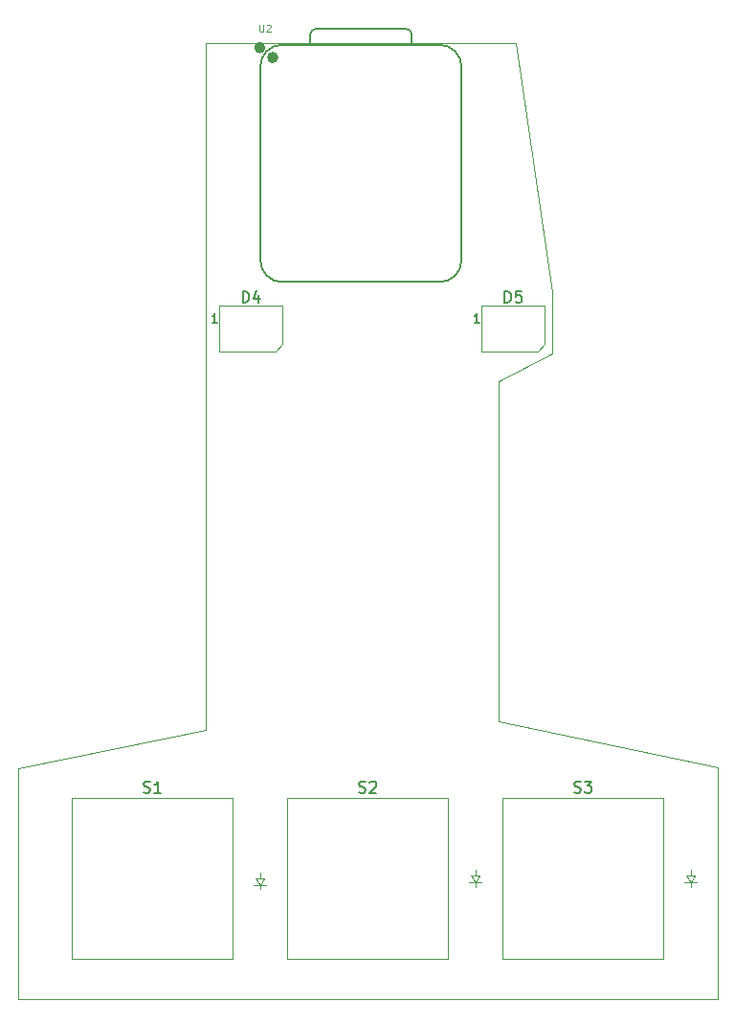
<source format=gto>
G04 #@! TF.GenerationSoftware,KiCad,Pcbnew,9.0.2*
G04 #@! TF.CreationDate,2025-07-01T11:42:46-07:00*
G04 #@! TF.ProjectId,osu_keypad,6f73755f-6b65-4797-9061-642e6b696361,rev?*
G04 #@! TF.SameCoordinates,Original*
G04 #@! TF.FileFunction,Legend,Top*
G04 #@! TF.FilePolarity,Positive*
%FSLAX46Y46*%
G04 Gerber Fmt 4.6, Leading zero omitted, Abs format (unit mm)*
G04 Created by KiCad (PCBNEW 9.0.2) date 2025-07-01 11:42:46*
%MOMM*%
%LPD*%
G01*
G04 APERTURE LIST*
%ADD10C,0.101600*%
%ADD11C,0.150000*%
%ADD12C,0.127000*%
%ADD13C,0.100000*%
%ADD14C,0.504000*%
%ADD15C,0.120000*%
G04 #@! TA.AperFunction,Profile*
%ADD16C,0.050000*%
G04 #@! TD*
G04 APERTURE END LIST*
D10*
X108286190Y-63853479D02*
X108286190Y-64367526D01*
X108286190Y-64367526D02*
X108316428Y-64428002D01*
X108316428Y-64428002D02*
X108346666Y-64458241D01*
X108346666Y-64458241D02*
X108407142Y-64488479D01*
X108407142Y-64488479D02*
X108528095Y-64488479D01*
X108528095Y-64488479D02*
X108588571Y-64458241D01*
X108588571Y-64458241D02*
X108618809Y-64428002D01*
X108618809Y-64428002D02*
X108649047Y-64367526D01*
X108649047Y-64367526D02*
X108649047Y-63853479D01*
X108921190Y-63913955D02*
X108951428Y-63883717D01*
X108951428Y-63883717D02*
X109011904Y-63853479D01*
X109011904Y-63853479D02*
X109163095Y-63853479D01*
X109163095Y-63853479D02*
X109223571Y-63883717D01*
X109223571Y-63883717D02*
X109253809Y-63913955D01*
X109253809Y-63913955D02*
X109284047Y-63974431D01*
X109284047Y-63974431D02*
X109284047Y-64034907D01*
X109284047Y-64034907D02*
X109253809Y-64125621D01*
X109253809Y-64125621D02*
X108890952Y-64488479D01*
X108890952Y-64488479D02*
X109284047Y-64488479D01*
D11*
X136159970Y-131710325D02*
X136302827Y-131757944D01*
X136302827Y-131757944D02*
X136540922Y-131757944D01*
X136540922Y-131757944D02*
X136636160Y-131710325D01*
X136636160Y-131710325D02*
X136683779Y-131662705D01*
X136683779Y-131662705D02*
X136731398Y-131567467D01*
X136731398Y-131567467D02*
X136731398Y-131472229D01*
X136731398Y-131472229D02*
X136683779Y-131376991D01*
X136683779Y-131376991D02*
X136636160Y-131329372D01*
X136636160Y-131329372D02*
X136540922Y-131281753D01*
X136540922Y-131281753D02*
X136350446Y-131234134D01*
X136350446Y-131234134D02*
X136255208Y-131186515D01*
X136255208Y-131186515D02*
X136207589Y-131138896D01*
X136207589Y-131138896D02*
X136159970Y-131043658D01*
X136159970Y-131043658D02*
X136159970Y-130948420D01*
X136159970Y-130948420D02*
X136207589Y-130853182D01*
X136207589Y-130853182D02*
X136255208Y-130805563D01*
X136255208Y-130805563D02*
X136350446Y-130757944D01*
X136350446Y-130757944D02*
X136588541Y-130757944D01*
X136588541Y-130757944D02*
X136731398Y-130805563D01*
X137064732Y-130757944D02*
X137683779Y-130757944D01*
X137683779Y-130757944D02*
X137350446Y-131138896D01*
X137350446Y-131138896D02*
X137493303Y-131138896D01*
X137493303Y-131138896D02*
X137588541Y-131186515D01*
X137588541Y-131186515D02*
X137636160Y-131234134D01*
X137636160Y-131234134D02*
X137683779Y-131329372D01*
X137683779Y-131329372D02*
X137683779Y-131567467D01*
X137683779Y-131567467D02*
X137636160Y-131662705D01*
X137636160Y-131662705D02*
X137588541Y-131710325D01*
X137588541Y-131710325D02*
X137493303Y-131757944D01*
X137493303Y-131757944D02*
X137207589Y-131757944D01*
X137207589Y-131757944D02*
X137112351Y-131710325D01*
X137112351Y-131710325D02*
X137064732Y-131662705D01*
X129986905Y-88429819D02*
X129986905Y-87429819D01*
X129986905Y-87429819D02*
X130225000Y-87429819D01*
X130225000Y-87429819D02*
X130367857Y-87477438D01*
X130367857Y-87477438D02*
X130463095Y-87572676D01*
X130463095Y-87572676D02*
X130510714Y-87667914D01*
X130510714Y-87667914D02*
X130558333Y-87858390D01*
X130558333Y-87858390D02*
X130558333Y-88001247D01*
X130558333Y-88001247D02*
X130510714Y-88191723D01*
X130510714Y-88191723D02*
X130463095Y-88286961D01*
X130463095Y-88286961D02*
X130367857Y-88382200D01*
X130367857Y-88382200D02*
X130225000Y-88429819D01*
X130225000Y-88429819D02*
X129986905Y-88429819D01*
X131463095Y-87429819D02*
X130986905Y-87429819D01*
X130986905Y-87429819D02*
X130939286Y-87906009D01*
X130939286Y-87906009D02*
X130986905Y-87858390D01*
X130986905Y-87858390D02*
X131082143Y-87810771D01*
X131082143Y-87810771D02*
X131320238Y-87810771D01*
X131320238Y-87810771D02*
X131415476Y-87858390D01*
X131415476Y-87858390D02*
X131463095Y-87906009D01*
X131463095Y-87906009D02*
X131510714Y-88001247D01*
X131510714Y-88001247D02*
X131510714Y-88239342D01*
X131510714Y-88239342D02*
X131463095Y-88334580D01*
X131463095Y-88334580D02*
X131415476Y-88382200D01*
X131415476Y-88382200D02*
X131320238Y-88429819D01*
X131320238Y-88429819D02*
X131082143Y-88429819D01*
X131082143Y-88429819D02*
X130986905Y-88382200D01*
X130986905Y-88382200D02*
X130939286Y-88334580D01*
X127753571Y-90212295D02*
X127296428Y-90212295D01*
X127525000Y-90212295D02*
X127525000Y-89412295D01*
X127525000Y-89412295D02*
X127448809Y-89526580D01*
X127448809Y-89526580D02*
X127372619Y-89602771D01*
X127372619Y-89602771D02*
X127296428Y-89640866D01*
X98059970Y-131710325D02*
X98202827Y-131757944D01*
X98202827Y-131757944D02*
X98440922Y-131757944D01*
X98440922Y-131757944D02*
X98536160Y-131710325D01*
X98536160Y-131710325D02*
X98583779Y-131662705D01*
X98583779Y-131662705D02*
X98631398Y-131567467D01*
X98631398Y-131567467D02*
X98631398Y-131472229D01*
X98631398Y-131472229D02*
X98583779Y-131376991D01*
X98583779Y-131376991D02*
X98536160Y-131329372D01*
X98536160Y-131329372D02*
X98440922Y-131281753D01*
X98440922Y-131281753D02*
X98250446Y-131234134D01*
X98250446Y-131234134D02*
X98155208Y-131186515D01*
X98155208Y-131186515D02*
X98107589Y-131138896D01*
X98107589Y-131138896D02*
X98059970Y-131043658D01*
X98059970Y-131043658D02*
X98059970Y-130948420D01*
X98059970Y-130948420D02*
X98107589Y-130853182D01*
X98107589Y-130853182D02*
X98155208Y-130805563D01*
X98155208Y-130805563D02*
X98250446Y-130757944D01*
X98250446Y-130757944D02*
X98488541Y-130757944D01*
X98488541Y-130757944D02*
X98631398Y-130805563D01*
X99583779Y-131757944D02*
X99012351Y-131757944D01*
X99298065Y-131757944D02*
X99298065Y-130757944D01*
X99298065Y-130757944D02*
X99202827Y-130900801D01*
X99202827Y-130900801D02*
X99107589Y-130996039D01*
X99107589Y-130996039D02*
X99012351Y-131043658D01*
X117109970Y-131710325D02*
X117252827Y-131757944D01*
X117252827Y-131757944D02*
X117490922Y-131757944D01*
X117490922Y-131757944D02*
X117586160Y-131710325D01*
X117586160Y-131710325D02*
X117633779Y-131662705D01*
X117633779Y-131662705D02*
X117681398Y-131567467D01*
X117681398Y-131567467D02*
X117681398Y-131472229D01*
X117681398Y-131472229D02*
X117633779Y-131376991D01*
X117633779Y-131376991D02*
X117586160Y-131329372D01*
X117586160Y-131329372D02*
X117490922Y-131281753D01*
X117490922Y-131281753D02*
X117300446Y-131234134D01*
X117300446Y-131234134D02*
X117205208Y-131186515D01*
X117205208Y-131186515D02*
X117157589Y-131138896D01*
X117157589Y-131138896D02*
X117109970Y-131043658D01*
X117109970Y-131043658D02*
X117109970Y-130948420D01*
X117109970Y-130948420D02*
X117157589Y-130853182D01*
X117157589Y-130853182D02*
X117205208Y-130805563D01*
X117205208Y-130805563D02*
X117300446Y-130757944D01*
X117300446Y-130757944D02*
X117538541Y-130757944D01*
X117538541Y-130757944D02*
X117681398Y-130805563D01*
X118062351Y-130853182D02*
X118109970Y-130805563D01*
X118109970Y-130805563D02*
X118205208Y-130757944D01*
X118205208Y-130757944D02*
X118443303Y-130757944D01*
X118443303Y-130757944D02*
X118538541Y-130805563D01*
X118538541Y-130805563D02*
X118586160Y-130853182D01*
X118586160Y-130853182D02*
X118633779Y-130948420D01*
X118633779Y-130948420D02*
X118633779Y-131043658D01*
X118633779Y-131043658D02*
X118586160Y-131186515D01*
X118586160Y-131186515D02*
X118014732Y-131757944D01*
X118014732Y-131757944D02*
X118633779Y-131757944D01*
X106808780Y-88429819D02*
X106808780Y-87429819D01*
X106808780Y-87429819D02*
X107046875Y-87429819D01*
X107046875Y-87429819D02*
X107189732Y-87477438D01*
X107189732Y-87477438D02*
X107284970Y-87572676D01*
X107284970Y-87572676D02*
X107332589Y-87667914D01*
X107332589Y-87667914D02*
X107380208Y-87858390D01*
X107380208Y-87858390D02*
X107380208Y-88001247D01*
X107380208Y-88001247D02*
X107332589Y-88191723D01*
X107332589Y-88191723D02*
X107284970Y-88286961D01*
X107284970Y-88286961D02*
X107189732Y-88382200D01*
X107189732Y-88382200D02*
X107046875Y-88429819D01*
X107046875Y-88429819D02*
X106808780Y-88429819D01*
X108237351Y-87763152D02*
X108237351Y-88429819D01*
X107999256Y-87382200D02*
X107761161Y-88096485D01*
X107761161Y-88096485D02*
X108380208Y-88096485D01*
X104575446Y-90212295D02*
X104118303Y-90212295D01*
X104346875Y-90212295D02*
X104346875Y-89412295D01*
X104346875Y-89412295D02*
X104270684Y-89526580D01*
X104270684Y-89526580D02*
X104194494Y-89602771D01*
X104194494Y-89602771D02*
X104118303Y-89640866D01*
D12*
X108380000Y-84709000D02*
X108380000Y-67564000D01*
X110285000Y-86614000D02*
X124255000Y-86614000D01*
X112775000Y-65659000D02*
X112778728Y-64748728D01*
X113278728Y-64249000D02*
X121274000Y-64249000D01*
X121774000Y-64749000D02*
X121774000Y-65659000D01*
D13*
X124255000Y-65659000D02*
X110285000Y-65659000D01*
D12*
X124255000Y-65659000D02*
X110285000Y-65659000D01*
X126160000Y-84709000D02*
X126160000Y-67564000D01*
X108380000Y-67564000D02*
G75*
G02*
X110285000Y-65659000I1905001J-1D01*
G01*
X110285000Y-86614000D02*
G75*
G02*
X108380000Y-84709000I1J1905001D01*
G01*
X112778728Y-64748728D02*
G75*
G02*
X113278728Y-64249001I500018J-291D01*
G01*
X121274000Y-64249000D02*
G75*
G02*
X121774000Y-64749000I0J-500000D01*
G01*
X124255000Y-65659000D02*
G75*
G02*
X126160000Y-67564000I0J-1905000D01*
G01*
X126160000Y-84709000D02*
G75*
G02*
X124255000Y-86614000I-1905000J0D01*
G01*
D14*
X108572000Y-65900000D02*
G75*
G02*
X108068000Y-65900000I-252000J0D01*
G01*
X108068000Y-65900000D02*
G75*
G02*
X108572000Y-65900000I252000J0D01*
G01*
X109715000Y-66780000D02*
G75*
G02*
X109211000Y-66780000I-252000J0D01*
G01*
X109211000Y-66780000D02*
G75*
G02*
X109715000Y-66780000I252000J0D01*
G01*
D15*
X129821875Y-132203125D02*
X129821875Y-146403125D01*
X129821875Y-146403125D02*
X144021875Y-146403125D01*
X144021875Y-132203125D02*
X129821875Y-132203125D01*
X144021875Y-146403125D02*
X144021875Y-132203125D01*
X127925000Y-88725000D02*
X127925000Y-92725000D01*
X127925000Y-88725000D02*
X133525000Y-88725000D01*
X127925000Y-92725000D02*
X132925000Y-92725000D01*
X133525000Y-92125000D02*
X132925000Y-92725000D01*
X133525000Y-92125000D02*
X133525000Y-88725000D01*
X91721875Y-132203125D02*
X91721875Y-146403125D01*
X91721875Y-146403125D02*
X105921875Y-146403125D01*
X105921875Y-132203125D02*
X91721875Y-132203125D01*
X105921875Y-146403125D02*
X105921875Y-132203125D01*
X110771875Y-132203125D02*
X110771875Y-146403125D01*
X110771875Y-146403125D02*
X124971875Y-146403125D01*
X124971875Y-132203125D02*
X110771875Y-132203125D01*
X124971875Y-146403125D02*
X124971875Y-132203125D01*
D13*
X145896875Y-139653125D02*
X146996875Y-139653125D01*
X146046875Y-139053125D02*
X146846875Y-139053125D01*
X146446875Y-139053125D02*
X146446875Y-138553125D01*
X146446875Y-139653125D02*
X146046875Y-139053125D01*
X146446875Y-140053125D02*
X146446875Y-139653125D01*
X146846875Y-139053125D02*
X146446875Y-139653125D01*
X126846875Y-139653125D02*
X127946875Y-139653125D01*
X126996875Y-139053125D02*
X127796875Y-139053125D01*
X127396875Y-139053125D02*
X127396875Y-138553125D01*
X127396875Y-139653125D02*
X126996875Y-139053125D01*
X127396875Y-140053125D02*
X127396875Y-139653125D01*
X127796875Y-139053125D02*
X127396875Y-139653125D01*
X107796875Y-139891250D02*
X108896875Y-139891250D01*
X107946875Y-139291250D02*
X108746875Y-139291250D01*
X108346875Y-139291250D02*
X108346875Y-138791250D01*
X108346875Y-139891250D02*
X107946875Y-139291250D01*
X108346875Y-140291250D02*
X108346875Y-139891250D01*
X108746875Y-139291250D02*
X108346875Y-139891250D01*
D15*
X104746875Y-88725000D02*
X104746875Y-92725000D01*
X104746875Y-88725000D02*
X110346875Y-88725000D01*
X104746875Y-92725000D02*
X109746875Y-92725000D01*
X110346875Y-92125000D02*
X109746875Y-92725000D01*
X110346875Y-92125000D02*
X110346875Y-88725000D01*
D16*
X129425000Y-95405000D02*
X134165000Y-92945000D01*
X103584375Y-65484375D02*
X103584375Y-126206250D01*
X129435000Y-125465000D02*
X129425000Y-95405000D01*
X86915625Y-150018750D02*
X148828125Y-150018750D01*
X134165000Y-87495000D02*
X130968750Y-65484375D01*
X86925000Y-129625000D02*
X103584375Y-126206250D01*
X148828125Y-150018750D02*
X148828125Y-129525000D01*
X86915625Y-150018750D02*
X86925000Y-129625000D01*
X134165000Y-92945000D02*
X134165000Y-87495000D01*
X130968750Y-65484375D02*
X103584375Y-65484375D01*
X148828125Y-129525000D02*
X129435000Y-125465000D01*
M02*

</source>
